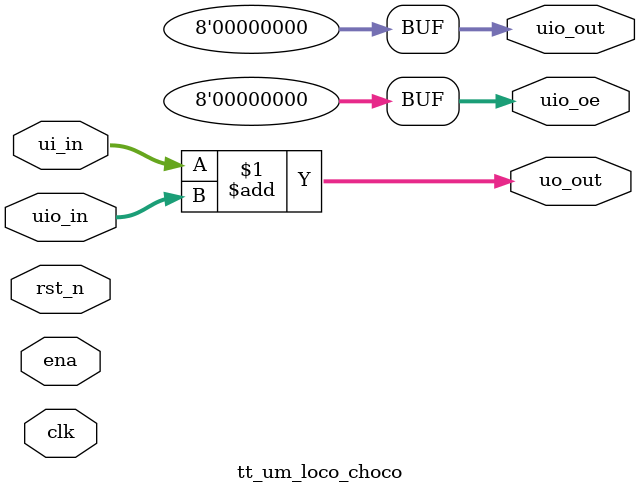
<source format=v>
/*
 * Copyright (c) 2024 Ivan Pancheniak
 * SPDX-License-Identifier: Apache-2.0
 */

`define default_netname none

module tt_um_loco_choco (
    input  wire [7:0] ui_in,    // Dedicated inputs
    output wire [7:0] uo_out,   // Dedicated outputs
    input  wire [7:0] uio_in,   // IOs: Input path
    output wire [7:0] uio_out,  // IOs: Output path
    output wire [7:0] uio_oe,   // IOs: Enable path (active high: 0=input, 1=output)
    input  wire       ena,      // will go high when the design is enabled
    input  wire       clk,      // clock
    input  wire       rst_n     // reset_n - low to reset
);

  // All output pins must be assigned. If not used, assign to 0.
  assign uo_out  = ui_in + uio_in;  // Example: ou_out is the sum of ui_in and uio_in
  assign uio_out = 0;
  assign uio_oe  = 0;

endmodule

</source>
